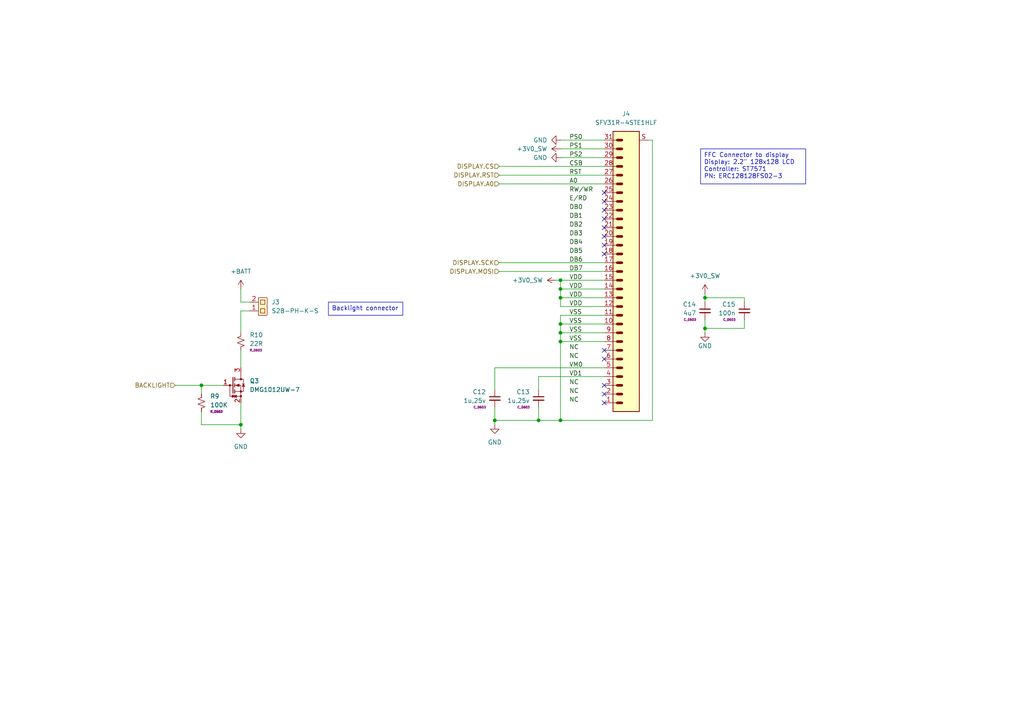
<source format=kicad_sch>
(kicad_sch (version 20250114) (generator "eeschema") (generator_version "9.0")
  (paper "A4")
  (title_block (title "Puzzlebox") (date "2025-12-27") (rev "v1.0") (company "TL Embedded Ltd"))
  (lib_symbols
    (symbol "C_Capacitor:C_0603" (pin_numbers (hide yes)) (pin_names (offset 1.016))
      (property "Reference" "C" (at 3.175 1.905 0))
      (property "Value" "100n" (at 5.08 0 0))
      (property "Size" "C_0603" (at 4.445 -1.905 0))
      (symbol "C_0603_1_1"
        (polyline (pts (xy -1.524 0.508) (xy 1.524 0.508)) (stroke (width 0.3048)))
        (polyline (pts (xy -1.524 -0.508) (xy 1.524 -0.508)) (stroke (width 0.3302)))
        (pin passive line (at 0 2.54 270) (length 2.032) (name "~") (number "1"))
        (pin passive line (at 0 -2.54 90) (length 2.032) (name "~") (number "2"))
      )
    )
    (symbol "J_Connector:S2B-PH-K-S" (pin_names (hide yes))
      (property "Reference" "J" (at -1.27 6.35 0))
      (property "Value" "S2B-PH-K-S" (at 0 -1.27 0))
      (symbol "S2B-PH-K-S_0_1"
        (rectangle (start -1.27 5.08) (end 1.27 0) (stroke (width 0.1524)) (fill (type background)))
        (rectangle (start -0.635 4.445) (end 0.635 3.175) (stroke (width 0.1524)))
        (rectangle (start -0.635 1.905) (end 0.635 0.635) (stroke (width 0.1524)))
      )
      (symbol "S2B-PH-K-S_1_1"
        (pin passive line (at -3.81 3.81 0) (length 2.54) (name "1") (number "1"))
        (pin passive line (at -3.81 1.27 0) (length 2.54) (name "2") (number "2"))
      )
    )
    (symbol "Q_MOSFET:DMG1012UW-7" (pin_names (offset 0) (hide yes))
      (property "Reference" "Q" (at 2.286 1.524 0))
      (property "Value" "DMG1012UW-7" (at 2.286 -0.508 0))
      (symbol "DMG1012UW-7_0_1"
        (polyline (pts (xy -3.81 0) (xy -2.286 0)))
        (circle (center -3.175 0) (radius 0.254) (fill (type outline)))
        (polyline (pts (xy -2.286 -2.286) (xy -2.286 2.286)) (stroke (width 0.254)))
        (polyline (pts (xy -1.778 2.286) (xy -1.778 1.27)) (stroke (width 0.254)))
        (polyline (pts (xy -1.778 1.778) (xy 0.762 1.778) (xy 0.762 -1.778) (xy -1.778 -1.778)))
        (polyline (pts (xy -1.778 0.508) (xy -1.778 -0.508)) (stroke (width 0.254)))
        (polyline (pts (xy -1.778 -1.27) (xy -1.778 -2.286)) (stroke (width 0.254)))
        (polyline (pts (xy -1.778 -3.683) (xy -1.905 -3.556) (xy -1.905 -2.794) (xy -2.032 -2.667)))
        (polyline (pts (xy -1.4732 0) (xy -0.4572 -0.381) (xy -0.4572 0.381) (xy -1.4732 0)) (fill (type outline)))
        (polyline (pts (xy 0 3.81) (xy 0 1.778)))
        (circle (center 0 1.778) (radius 0.254) (fill (type outline)))
        (circle (center 0 -1.778) (radius 0.254) (fill (type outline)))
        (polyline (pts (xy 0 -3.175) (xy -3.175 -3.175) (xy -3.175 0)))
        (circle (center 0 -3.175) (radius 0.254) (fill (type outline)))
        (polyline (pts (xy 0 -3.81) (xy 0 0) (xy -1.778 0)))
        (polyline (pts (xy 1.143 0.381) (xy 0.381 0.381)))
      )
      (symbol "DMG1012UW-7_1_1"
        (polyline (pts (xy -1.905 -3.175) (xy -2.54 -3.556) (xy -2.54 -2.794) (xy -1.905 -3.175)) (fill (type outline)))
        (polyline (pts (xy -1.905 -3.175) (xy -1.27 -2.794) (xy -1.27 -3.556) (xy -1.905 -3.175)) (fill (type outline)))
        (polyline (pts (xy 0.762 0.3048) (xy 1.143 -0.3302) (xy 0.381 -0.3302) (xy 0.762 0.3048)) (fill (type outline)))
        (pin input line (at -5.08 0 0) (length 1.27) (name "G") (number "1"))
        (pin passive line (at 0 5.08 270) (length 1.27) (name "D") (number "3"))
        (pin passive line (at 0 -5.08 90) (length 1.27) (name "S") (number "2"))
      )
    )
    (symbol "R_Resistor:R_0603" (pin_numbers (hide yes)) (pin_names (offset 1.016))
      (property "Reference" "R" (at 2.54 1.905 0))
      (property "Value" "10K" (at 3.81 0 0))
      (property "Size" "R_0603" (at 3.81 -1.905 0))
      (symbol "R_0603_1_1"
        (polyline (pts (xy 0 1.524) (xy 1.016 1.143) (xy 0 0.762) (xy -1.016 0.381) (xy 0 0)))
        (polyline (pts (xy 0 0) (xy 1.016 -0.381) (xy 0 -0.762) (xy -1.016 -1.143) (xy 0 -1.524)))
        (pin passive line (at 0 2.54 270) (length 1.016) (name "~") (number "1"))
        (pin passive line (at 0 -2.54 90) (length 1.016) (name "~") (number "2"))
      )
    )
    (symbol "lib:SFV31R-4STE1HLF" (pin_names (hide yes))
      (property "Reference" "J" (at 0 82.55 0))
      (property "Value" "SFV31R-4STE1HLF" (at 0 -2.54 0))
      (symbol "SFV31R-4STE1HLF_0_1"
        (rectangle (start -3.81 81.28) (end 3.81 0) (stroke (width 0.254)) (fill (type background)))
        (polyline (pts (xy -3.81 78.74) (xy -2.54 78.74)))
        (polyline (pts (xy -3.81 76.2) (xy -2.54 76.2)))
        (polyline (pts (xy -3.81 73.66) (xy -2.54 73.66)))
        (polyline (pts (xy -3.81 71.12) (xy -2.54 71.12)))
        (polyline (pts (xy -3.81 68.58) (xy -2.54 68.58)))
        (polyline (pts (xy -3.81 66.04) (xy -2.54 66.04)))
        (polyline (pts (xy -3.81 63.5) (xy -2.54 63.5)))
        (polyline (pts (xy -3.81 60.96) (xy -2.54 60.96)))
        (polyline (pts (xy -3.81 58.42) (xy -2.54 58.42)))
        (polyline (pts (xy -3.81 55.88) (xy -2.54 55.88)))
        (polyline (pts (xy -3.81 53.34) (xy -2.54 53.34)))
        (polyline (pts (xy -3.81 50.8) (xy -2.54 50.8)))
        (polyline (pts (xy -3.81 48.26) (xy -2.54 48.26)))
        (polyline (pts (xy -3.81 45.72) (xy -2.54 45.72)))
        (polyline (pts (xy -3.81 43.18) (xy -2.54 43.18)))
        (polyline (pts (xy -3.81 40.64) (xy -2.54 40.64)))
        (polyline (pts (xy -3.81 38.1) (xy -2.54 38.1)))
        (polyline (pts (xy -3.81 35.56) (xy -2.54 35.56)))
        (polyline (pts (xy -3.81 33.02) (xy -2.54 33.02)))
        (polyline (pts (xy -3.81 30.48) (xy -2.54 30.48)))
        (polyline (pts (xy -3.81 27.94) (xy -2.54 27.94)))
        (polyline (pts (xy -3.81 25.4) (xy -2.54 25.4)))
        (polyline (pts (xy -3.81 22.86) (xy -2.54 22.86)))
        (polyline (pts (xy -3.81 20.32) (xy -2.54 20.32)))
        (polyline (pts (xy -3.81 17.78) (xy -2.54 17.78)))
        (polyline (pts (xy -3.81 15.24) (xy -2.54 15.24)))
        (polyline (pts (xy -3.81 12.7) (xy -2.54 12.7)))
        (polyline (pts (xy -3.81 10.16) (xy -2.54 10.16)))
        (polyline (pts (xy -3.81 7.62) (xy -2.54 7.62)))
        (polyline (pts (xy -3.81 5.08) (xy -2.54 5.08)))
        (polyline (pts (xy -3.81 2.54) (xy -2.54 2.54)))
      )
      (symbol "SFV31R-4STE1HLF_1_1"
        (polyline (pts (xy -2.54 78.74) (xy -1.27 78.74)) (stroke (width 0.768)))
        (polyline (pts (xy -2.54 76.2) (xy -1.27 76.2)) (stroke (width 0.768)))
        (polyline (pts (xy -2.54 73.66) (xy -1.27 73.66)) (stroke (width 0.768)))
        (polyline (pts (xy -2.54 71.12) (xy -1.27 71.12)) (stroke (width 0.768)))
        (polyline (pts (xy -2.54 68.58) (xy -1.27 68.58)) (stroke (width 0.768)))
        (polyline (pts (xy -2.54 66.04) (xy -1.27 66.04)) (stroke (width 0.768)))
        (polyline (pts (xy -2.54 63.5) (xy -1.27 63.5)) (stroke (width 0.768)))
        (polyline (pts (xy -2.54 60.96) (xy -1.27 60.96)) (stroke (width 0.768)))
        (polyline (pts (xy -2.54 58.42) (xy -1.27 58.42)) (stroke (width 0.768)))
        (polyline (pts (xy -2.54 55.88) (xy -1.27 55.88)) (stroke (width 0.768)))
        (polyline (pts (xy -2.54 53.34) (xy -1.27 53.34)) (stroke (width 0.768)))
        (polyline (pts (xy -2.54 50.8) (xy -1.27 50.8)) (stroke (width 0.768)))
        (polyline (pts (xy -2.54 48.26) (xy -1.27 48.26)) (stroke (width 0.768)))
        (polyline (pts (xy -2.54 45.72) (xy -1.27 45.72)) (stroke (width 0.768)))
        (polyline (pts (xy -2.54 43.18) (xy -1.27 43.18)) (stroke (width 0.768)))
        (polyline (pts (xy -2.54 40.64) (xy -1.27 40.64)) (stroke (width 0.768)))
        (polyline (pts (xy -2.54 38.1) (xy -1.27 38.1)) (stroke (width 0.768)))
        (polyline (pts (xy -2.54 35.56) (xy -1.27 35.56)) (stroke (width 0.768)))
        (polyline (pts (xy -2.54 33.02) (xy -1.27 33.02)) (stroke (width 0.768)))
        (polyline (pts (xy -2.54 30.48) (xy -1.27 30.48)) (stroke (width 0.768)))
        (polyline (pts (xy -2.54 27.94) (xy -1.27 27.94)) (stroke (width 0.768)))
        (polyline (pts (xy -2.54 25.4) (xy -1.27 25.4)) (stroke (width 0.768)))
        (polyline (pts (xy -2.54 22.86) (xy -1.27 22.86)) (stroke (width 0.768)))
        (polyline (pts (xy -2.54 20.32) (xy -1.27 20.32)) (stroke (width 0.768)))
        (polyline (pts (xy -2.54 17.78) (xy -1.27 17.78)) (stroke (width 0.768)))
        (polyline (pts (xy -2.54 15.24) (xy -1.27 15.24)) (stroke (width 0.768)))
        (polyline (pts (xy -2.54 12.7) (xy -1.27 12.7)) (stroke (width 0.768)))
        (polyline (pts (xy -2.54 10.16) (xy -1.27 10.16)) (stroke (width 0.768)))
        (polyline (pts (xy -2.54 7.62) (xy -1.27 7.62)) (stroke (width 0.768)))
        (polyline (pts (xy -2.54 5.08) (xy -1.27 5.08)) (stroke (width 0.768)))
        (polyline (pts (xy -2.54 2.54) (xy -1.27 2.54)) (stroke (width 0.768)))
        (pin passive line (at -6.35 78.74 0) (length 2.54) (name "1") (number "1"))
        (pin passive line (at -6.35 76.2 0) (length 2.54) (name "2") (number "2"))
        (pin passive line (at -6.35 73.66 0) (length 2.54) (name "3") (number "3"))
        (pin passive line (at -6.35 71.12 0) (length 2.54) (name "4") (number "4"))
        (pin passive line (at -6.35 68.58 0) (length 2.54) (name "5") (number "5"))
        (pin passive line (at -6.35 66.04 0) (length 2.54) (name "6") (number "6"))
        (pin passive line (at -6.35 63.5 0) (length 2.54) (name "7") (number "7"))
        (pin passive line (at -6.35 60.96 0) (length 2.54) (name "8") (number "8"))
        (pin passive line (at -6.35 58.42 0) (length 2.54) (name "9") (number "9"))
        (pin passive line (at -6.35 55.88 0) (length 2.54) (name "10") (number "10"))
        (pin passive line (at -6.35 53.34 0) (length 2.54) (name "11") (number "11"))
        (pin passive line (at -6.35 50.8 0) (length 2.54) (name "12") (number "12"))
        (pin passive line (at -6.35 48.26 0) (length 2.54) (name "13") (number "13"))
        (pin passive line (at -6.35 45.72 0) (length 2.54) (name "14") (number "14"))
        (pin passive line (at -6.35 43.18 0) (length 2.54) (name "15") (number "15"))
        (pin passive line (at -6.35 40.64 0) (length 2.54) (name "16") (number "16"))
        (pin passive line (at -6.35 38.1 0) (length 2.54) (name "17") (number "17"))
        (pin passive line (at -6.35 35.56 0) (length 2.54) (name "18") (number "18"))
        (pin passive line (at -6.35 33.02 0) (length 2.54) (name "19") (number "19"))
        (pin passive line (at -6.35 30.48 0) (length 2.54) (name "20") (number "20"))
        (pin passive line (at -6.35 27.94 0) (length 2.54) (name "21") (number "21"))
        (pin passive line (at -6.35 25.4 0) (length 2.54) (name "22") (number "22"))
        (pin passive line (at -6.35 22.86 0) (length 2.54) (name "23") (number "23"))
        (pin passive line (at -6.35 20.32 0) (length 2.54) (name "24") (number "24"))
        (pin passive line (at -6.35 17.78 0) (length 2.54) (name "25") (number "25"))
        (pin passive line (at -6.35 15.24 0) (length 2.54) (name "26") (number "26"))
        (pin passive line (at -6.35 12.7 0) (length 2.54) (name "27") (number "27"))
        (pin passive line (at -6.35 10.16 0) (length 2.54) (name "28") (number "28"))
        (pin passive line (at -6.35 7.62 0) (length 2.54) (name "29") (number "29"))
        (pin passive line (at -6.35 5.08 0) (length 2.54) (name "30") (number "30"))
        (pin passive line (at -6.35 2.54 0) (length 2.54) (name "31") (number "31"))
        (pin passive line (at 6.35 2.54 180) (length 2.54) (name "S") (number "S"))
      )
    )
    (symbol "power:+BATT" (power) (pin_numbers (hide yes)) (pin_names (offset 0) (hide yes))
      (property "Value" "+BATT" (at 0 3.556 0))
      (symbol "+BATT_0_1"
        (polyline (pts (xy -0.762 1.27) (xy 0 2.54)))
        (polyline (pts (xy 0 2.54) (xy 0.762 1.27)))
        (polyline (pts (xy 0 0) (xy 0 2.54)))
      )
      (symbol "+BATT_1_1"
        (pin power_in line (at 0 0 90) (length 0) (name "~") (number "1"))
      )
    )
    (symbol "power:GND" (power) (pin_numbers (hide yes)) (pin_names (offset 0) (hide yes))
      (property "Value" "GND" (at 0 -3.81 0))
      (symbol "GND_0_1"
        (polyline (pts (xy 0 0) (xy 0 -1.27) (xy 1.27 -1.27) (xy 0 -2.54) (xy -1.27 -1.27) (xy 0 -1.27)))
      )
      (symbol "GND_1_1"
        (pin power_in line (at 0 0 270) (length 0) (name "~") (number "1"))
      )
    )
    (symbol "power:VDD" (power) (pin_numbers (hide yes)) (pin_names (offset 0) (hide yes))
      (property "Value" "VDD" (at 0 3.556 0))
      (symbol "VDD_0_1"
        (polyline (pts (xy -0.762 1.27) (xy 0 2.54)))
        (polyline (pts (xy 0 2.54) (xy 0.762 1.27)))
        (polyline (pts (xy 0 0) (xy 0 2.54)))
      )
      (symbol "VDD_1_1"
        (pin power_in line (at 0 0 90) (length 0) (name "~") (number "1"))
      )
    )
  )
  (text "NC" (at 165.1 104.14 0) (effects (font (size 1.27 1.27)) (justify left bottom)))
  (text "PS0" (at 165.1 40.64 0) (effects (font (size 1.27 1.27)) (justify left bottom)))
  (text "E/RD" (at 165.1 58.42 0) (effects (font (size 1.27 1.27)) (justify left bottom)))
  (text "VSS" (at 165.1 96.52 0) (effects (font (size 1.27 1.27)) (justify left bottom)))
  (text "NC" (at 165.1 114.3 0) (effects (font (size 1.27 1.27)) (justify left bottom)))
  (text "PS2" (at 165.1 45.72 0) (effects (font (size 1.27 1.27)) (justify left bottom)))
  (text "VM0" (at 165.1 106.68 0) (effects (font (size 1.27 1.27)) (justify left bottom)))
  (text "VD1" (at 165.1 109.22 0) (effects (font (size 1.27 1.27)) (justify left bottom)))
  (text "NC" (at 165.1 111.76 0) (effects (font (size 1.27 1.27)) (justify left bottom)))
  (text "A0" (at 165.1 53.34 0) (effects (font (size 1.27 1.27)) (justify left bottom)))
  (text "DB4" (at 165.1 71.12 0) (effects (font (size 1.27 1.27)) (justify left bottom)))
  (text "DB7" (at 165.1 78.74 0) (effects (font (size 1.27 1.27)) (justify left bottom)))
  (text "VSS" (at 165.1 93.98 0) (effects (font (size 1.27 1.27)) (justify left bottom)))
  (text "NC" (at 165.1 101.6 0) (effects (font (size 1.27 1.27)) (justify left bottom)))
  (text "RST" (at 165.1 50.8 0) (effects (font (size 1.27 1.27)) (justify left bottom)))
  (text "DB6" (at 165.1 76.2 0) (effects (font (size 1.27 1.27)) (justify left bottom)))
  (text "RW/WR" (at 165.1 55.88 0) (effects (font (size 1.27 1.27)) (justify left bottom)))
  (text "PS1" (at 165.1 43.18 0) (effects (font (size 1.27 1.27)) (justify left bottom)))
  (text "VSS" (at 165.1 91.44 0) (effects (font (size 1.27 1.27)) (justify left bottom)))
  (text "DB0" (at 165.1 60.96 0) (effects (font (size 1.27 1.27)) (justify left bottom)))
  (text "VDD" (at 165.1 81.28 0) (effects (font (size 1.27 1.27)) (justify left bottom)))
  (text "VDD" (at 165.1 83.82 0) (effects (font (size 1.27 1.27)) (justify left bottom)))
  (text "VSS" (at 165.1 99.06 0) (effects (font (size 1.27 1.27)) (justify left bottom)))
  (text "DB1" (at 165.1 63.5 0) (effects (font (size 1.27 1.27)) (justify left bottom)))
  (text "VDD" (at 165.1 88.9 0) (effects (font (size 1.27 1.27)) (justify left bottom)))
  (text "VDD" (at 165.1 86.36 0) (effects (font (size 1.27 1.27)) (justify left bottom)))
  (text "DB3" (at 165.1 68.58 0) (effects (font (size 1.27 1.27)) (justify left bottom)))
  (text "DB2" (at 165.1 66.04 0) (effects (font (size 1.27 1.27)) (justify left bottom)))
  (text "NC" (at 165.1 116.84 0) (effects (font (size 1.27 1.27)) (justify left bottom)))
  (text "DB5" (at 165.1 73.66 0) (effects (font (size 1.27 1.27)) (justify left bottom)))
  (text "CSB" (at 165.1 48.26 0) (effects (font (size 1.27 1.27)) (justify left bottom)))
  (text_box "FFC Connector to display\nDisplay: 2.2\" 128x128 LCD\nController: ST7571\nPN: ERC128128FS02-3" (at 203.2 43.18 0) (size 30.48 10.16) (margins 0.9525 0.9525 0.9525 0.9525) (effects (font (size 1.27 1.27)) (justify left top)))
  (text_box "Backlight connector" (at 95.25 87.63 0) (size 21.59 3.81) (margins 0.9525 0.9525 0.9525 0.9525) (effects (font (size 1.27 1.27)) (justify left top)))
  (junction (at 162.56 121.92))
  (junction (at 162.56 81.28))
  (junction (at 143.51 121.92))
  (junction (at 162.56 96.52))
  (junction (at 156.21 121.92))
  (junction (at 162.56 86.36))
  (junction (at 162.56 83.82))
  (junction (at 204.47 86.36))
  (junction (at 69.85 123.19))
  (junction (at 162.56 99.06))
  (junction (at 58.42 111.76))
  (junction (at 204.47 95.25))
  (junction (at 162.56 93.98))
  (no_connect (at 175.26 55.88))
  (no_connect (at 175.26 71.12))
  (no_connect (at 175.26 73.66))
  (no_connect (at 175.26 66.04))
  (no_connect (at 175.26 111.76))
  (no_connect (at 175.26 101.6))
  (no_connect (at 175.26 104.14))
  (no_connect (at 175.26 58.42))
  (no_connect (at 175.26 68.58))
  (no_connect (at 175.26 60.96))
  (no_connect (at 175.26 63.5))
  (no_connect (at 175.26 114.3))
  (no_connect (at 175.26 116.84))
  (wire (pts (xy 175.26 106.68) (xy 143.51 106.68)))
  (wire (pts (xy 69.85 101.6) (xy 69.85 106.68)))
  (wire (pts (xy 156.21 121.92) (xy 156.21 118.11)))
  (wire (pts (xy 156.21 121.92) (xy 162.56 121.92)))
  (wire (pts (xy 162.56 81.28) (xy 162.56 83.82)))
  (wire (pts (xy 162.56 83.82) (xy 175.26 83.82)))
  (wire (pts (xy 204.47 86.36) (xy 215.9 86.36)))
  (wire (pts (xy 156.21 109.22) (xy 175.26 109.22)))
  (wire (pts (xy 72.39 87.63) (xy 69.85 87.63)))
  (wire (pts (xy 162.56 81.28) (xy 175.26 81.28)))
  (wire (pts (xy 156.21 113.03) (xy 156.21 109.22)))
  (wire (pts (xy 204.47 95.25) (xy 215.9 95.25)))
  (wire (pts (xy 143.51 118.11) (xy 143.51 121.92)))
  (wire (pts (xy 162.56 45.72) (xy 175.26 45.72)))
  (wire (pts (xy 144.78 50.8) (xy 175.26 50.8)))
  (wire (pts (xy 162.56 43.18) (xy 175.26 43.18)))
  (wire (pts (xy 162.56 83.82) (xy 162.56 86.36)))
  (wire (pts (xy 162.56 86.36) (xy 175.26 86.36)))
  (wire (pts (xy 69.85 116.84) (xy 69.85 123.19)))
  (wire (pts (xy 69.85 123.19) (xy 69.85 124.46)))
  (wire (pts (xy 69.85 83.82) (xy 69.85 87.63)))
  (wire (pts (xy 58.42 123.19) (xy 69.85 123.19)))
  (wire (pts (xy 58.42 114.3) (xy 58.42 111.76)))
  (wire (pts (xy 58.42 111.76) (xy 64.77 111.76)))
  (wire (pts (xy 204.47 87.63) (xy 204.47 86.36)))
  (wire (pts (xy 162.56 96.52) (xy 162.56 99.06)))
  (wire (pts (xy 144.78 78.74) (xy 175.26 78.74)))
  (wire (pts (xy 69.85 90.17) (xy 69.85 96.52)))
  (wire (pts (xy 162.56 40.64) (xy 175.26 40.64)))
  (wire (pts (xy 69.85 90.17) (xy 72.39 90.17)))
  (wire (pts (xy 50.8 111.76) (xy 58.42 111.76)))
  (wire (pts (xy 215.9 95.25) (xy 215.9 92.71)))
  (wire (pts (xy 204.47 95.25) (xy 204.47 96.52)))
  (wire (pts (xy 189.23 40.64) (xy 189.23 121.92)))
  (wire (pts (xy 144.78 53.34) (xy 175.26 53.34)))
  (wire (pts (xy 162.56 121.92) (xy 189.23 121.92)))
  (wire (pts (xy 204.47 92.71) (xy 204.47 95.25)))
  (wire (pts (xy 187.96 40.64) (xy 189.23 40.64)))
  (wire (pts (xy 58.42 119.38) (xy 58.42 123.19)))
  (wire (pts (xy 162.56 93.98) (xy 162.56 96.52)))
  (wire (pts (xy 162.56 91.44) (xy 162.56 93.98)))
  (wire (pts (xy 161.29 81.28) (xy 162.56 81.28)))
  (wire (pts (xy 144.78 48.26) (xy 175.26 48.26)))
  (wire (pts (xy 144.78 76.2) (xy 175.26 76.2)))
  (wire (pts (xy 143.51 121.92) (xy 156.21 121.92)))
  (wire (pts (xy 162.56 99.06) (xy 175.26 99.06)))
  (wire (pts (xy 162.56 96.52) (xy 175.26 96.52)))
  (wire (pts (xy 143.51 106.68) (xy 143.51 113.03)))
  (wire (pts (xy 143.51 121.92) (xy 143.51 123.19)))
  (wire (pts (xy 162.56 93.98) (xy 175.26 93.98)))
  (wire (pts (xy 175.26 88.9) (xy 162.56 88.9)))
  (wire (pts (xy 175.26 91.44) (xy 162.56 91.44)))
  (wire (pts (xy 215.9 86.36) (xy 215.9 87.63)))
  (wire (pts (xy 204.47 85.09) (xy 204.47 86.36)))
  (wire (pts (xy 162.56 99.06) (xy 162.56 121.92)))
  (wire (pts (xy 162.56 86.36) (xy 162.56 88.9)))
  (hierarchical_label "DISPLAY.SCK" (shape input) (at 144.78 76.2 180))
  (hierarchical_label "DISPLAY.MOSI" (shape input) (at 144.78 78.74 180))
  (hierarchical_label "BACKLIGHT" (shape input) (at 50.8 111.76 180))
  (hierarchical_label "DISPLAY.CS" (shape input) (at 144.78 48.26 180))
  (hierarchical_label "DISPLAY.RST" (shape input) (at 144.78 50.8 180))
  (hierarchical_label "DISPLAY.A0" (shape input) (at 144.78 53.34 180))
  (symbol (lib_id "J_Connector:S2B-PH-K-S") (at 76.2 86.36 0) (mirror x) (unit 1)
    (property "Reference" "J3" (at 78.74 87.6299 0) (effects (justify left)))
    (property "Value" "S2B-PH-K-S" (at 78.74 90.1699 0) (effects (justify left)))
    (property "Footprint" "J_Connector:JST-S2B-PH-K-S" (effects (hide yes)))
    (property "Datasheet" "https://www.jst-mfg.com/product/pdf/eng/ePH.pdf" (effects (hide yes)))
    (property "Description" "CONN HEADER R/A 2POS 2MM" (effects (hide yes)))
  )
  (symbol (lib_id "power:GND") (at 162.56 45.72 270) (unit 1)
    (property "Reference" "#PWR030" (effects (hide yes)))
    (property "Value" "GND" (at 158.75 45.7199 90) (effects (justify right)))
    (property "Description" "Power symbol creates a global label with name \"GND\" , ground" (effects (hide yes)))
  )
  (symbol (lib_id "R_Resistor:R_0603") (at 69.85 99.06 0) (mirror y) (unit 1)
    (property "Reference" "R10" (at 72.39 97.1549 0) (effects (justify right)))
    (property "Value" "22R" (at 72.39 99.6949 0) (effects (justify right)))
    (property "Footprint" "R_Resistor:R_0603" (effects (hide yes)))
    (property "Size" "R_0603" (at 72.39 101.6 0) (effects (font (size 0.635 0.635)) (justify right)))
  )
  (symbol (lib_id "C_Capacitor:C_0603") (at 143.51 115.57 0) (unit 1)
    (property "Reference" "C12" (at 140.97 113.6712 0) (effects (justify right)))
    (property "Value" "1u,25v" (at 140.97 116.2112 0) (effects (justify right)))
    (property "Footprint" "C_Capacitor:C_0603" (effects (hide yes)))
    (property "Size" "C_0603" (at 140.97 118.1163 0) (effects (font (size 0.635 0.635)) (justify right)))
  )
  (symbol (lib_id "R_Resistor:R_0603") (at 58.42 116.84 0) (mirror y) (unit 1)
    (property "Reference" "R9" (at 60.96 114.9349 0) (effects (justify right)))
    (property "Value" "100K" (at 60.96 117.4749 0) (effects (justify right)))
    (property "Footprint" "R_Resistor:R_0603" (effects (hide yes)))
    (property "Size" "R_0603" (at 60.96 119.38 0) (effects (font (size 0.635 0.635)) (justify right)))
  )
  (symbol (lib_id "power:+BATT") (at 69.85 83.82 0) (unit 1)
    (property "Reference" "#PWR024" (effects (hide yes)))
    (property "Value" "+BATT" (at 69.85 78.74 0))
    (property "Description" "Power symbol creates a global label with name \"+BATT\"" (effects (hide yes)))
  )
  (symbol (lib_id "power:VDD") (at 204.47 85.09 0) (unit 1)
    (property "Reference" "#PWR031" (effects (hide yes)))
    (property "Value" "+3V0_SW" (at 204.47 80.01 0))
    (property "Description" "Power symbol creates a global label with name \"+3V0_SW\"" (effects (hide yes)))
  )
  (symbol (lib_id "power:GND") (at 162.56 40.64 270) (unit 1)
    (property "Reference" "#PWR028" (effects (hide yes)))
    (property "Value" "GND" (at 158.75 40.6399 90) (effects (justify right)))
    (property "Description" "Power symbol creates a global label with name \"GND\" , ground" (effects (hide yes)))
  )
  (symbol (lib_id "Q_MOSFET:DMG1012UW-7") (at 69.85 111.76 0) (unit 1)
    (property "Reference" "Q3" (at 72.39 110.4899 0) (effects (justify left)))
    (property "Value" "DMG1012UW-7" (at 72.39 113.0299 0) (effects (justify left)))
    (property "Footprint" "U_IC:SC70-3" (effects (hide yes)))
    (property "Datasheet" "https://www.diodes.com/assets/Datasheets/DMG1012UW.pdf" (effects (hide yes)))
    (property "Description" "MOSFET N-CH 20V 1A SOT323" (effects (hide yes)))
  )
  (symbol (lib_id "power:GND") (at 204.47 96.52 0) (unit 1)
    (property "Reference" "#PWR032" (effects (hide yes)))
    (property "Value" "GND" (at 204.47 100.33 0))
    (property "Description" "Power symbol creates a global label with name \"GND\" , ground" (effects (hide yes)))
  )
  (symbol (lib_id "power:GND") (at 69.85 124.46 0) (unit 1)
    (property "Reference" "#PWR025" (effects (hide yes)))
    (property "Value" "GND" (at 69.85 129.54 0))
    (property "Description" "Power symbol creates a global label with name \"GND\" , ground" (effects (hide yes)))
  )
  (symbol (lib_id "C_Capacitor:C_0603") (at 156.21 115.57 0) (unit 1)
    (property "Reference" "C13" (at 153.67 113.6712 0) (effects (justify right)))
    (property "Value" "1u,25v" (at 153.67 116.2112 0) (effects (justify right)))
    (property "Footprint" "C_Capacitor:C_0603" (effects (hide yes)))
    (property "Size" "C_0603" (at 153.67 118.1163 0) (effects (font (size 0.635 0.635)) (justify right)))
  )
  (symbol (lib_id "C_Capacitor:C_0603") (at 204.47 90.17 0) (unit 1)
    (property "Reference" "C14" (at 201.93 88.2712 0) (effects (justify right)))
    (property "Value" "4u7" (at 201.93 90.8112 0) (effects (justify right)))
    (property "Footprint" "C_Capacitor:C_0603" (effects (hide yes)))
    (property "Size" "C_0603" (at 201.93 92.7163 0) (effects (font (size 0.635 0.635)) (justify right)))
  )
  (symbol (lib_id "power:VDD") (at 161.29 81.28 90) (unit 1)
    (property "Reference" "#PWR027" (effects (hide yes)))
    (property "Value" "+3V0_SW" (at 157.48 81.2799 90) (effects (justify left)))
    (property "Description" "Power symbol creates a global label with name \"+3V0_SW\"" (effects (hide yes)))
  )
  (symbol (lib_id "C_Capacitor:C_0603") (at 215.9 90.17 0) (unit 1)
    (property "Reference" "C15" (at 213.36 88.2712 0) (effects (justify right)))
    (property "Value" "100n" (at 213.36 90.8112 0) (effects (justify right)))
    (property "Footprint" "C_Capacitor:C_0603" (effects (hide yes)))
    (property "Size" "C_0603" (at 213.36 92.7163 0) (effects (font (size 0.635 0.635)) (justify right)))
  )
  (symbol (lib_id "power:GND") (at 143.51 123.19 0) (unit 1)
    (property "Reference" "#PWR026" (effects (hide yes)))
    (property "Value" "GND" (at 143.51 128.27 0))
    (property "Description" "Power symbol creates a global label with name \"GND\" , ground" (effects (hide yes)))
  )
  (symbol (lib_id "lib:SFV31R-4STE1HLF") (at 181.61 38.1 0) (mirror x) (unit 1)
    (property "Reference" "J4" (at 181.61 33.02 0))
    (property "Value" "SFV31R-4STE1HLF" (at 181.61 35.56 0))
    (property "Footprint" "lib:SFV31R-4STE1HLF" (effects (hide yes)))
    (property "Datasheet" "https://cdn.amphenol-cs.com/media/wysiwyg/files/documentation/datasheet/flex/flexconnectors_050mm_sfvr.pdf" (effects (hide yes)))
    (property "Description" "CONN FPC TOP 31POS 0.5MM R/A" (effects (hide yes)))
  )
  (symbol (lib_id "power:VDD") (at 162.56 43.18 90) (unit 1)
    (property "Reference" "#PWR029" (effects (hide yes)))
    (property "Value" "+3V0_SW" (at 158.75 43.1799 90) (effects (justify left)))
    (property "Description" "Power symbol creates a global label with name \"+3V0_SW\"" (effects (hide yes)))
  )
)
</source>
